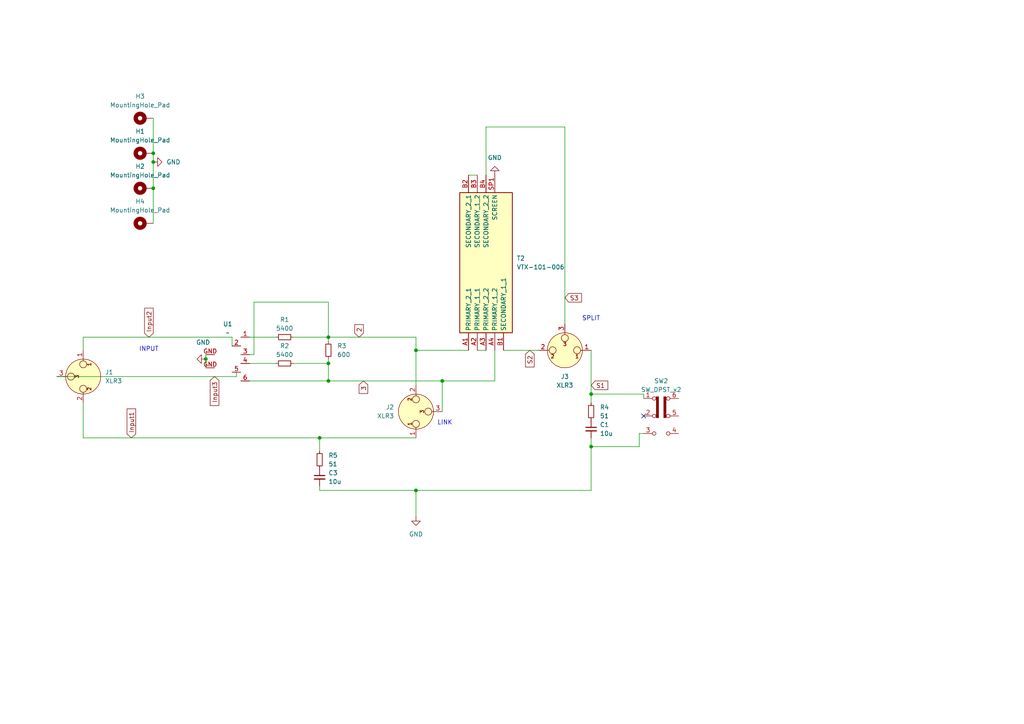
<source format=kicad_sch>
(kicad_sch (version 20231120) (generator "eeschema") (generator_version "8.0")
  (paper "A4")
  (lib_symbols
    (symbol "Connector_Audio:XLR3" (pin_names hide)
      (property "Reference" "J" (at 0 8.89 0))
      (property "Value" "XLR3" (at 0 6.35 0))
      (symbol "XLR3_0_1"
        (circle (center -3.556 0) (radius 1.016))
        (circle (center 0 -3.556) (radius 1.016))
        (polyline (pts (xy -5.08 0) (xy -4.572 0)))
        (polyline (pts (xy 0 -5.08) (xy 0 -4.572)))
        (polyline (pts (xy 5.08 0) (xy 4.572 0)))
        (circle (center 0 0) (radius 5.08) (fill (type background)))
        (circle (center 3.556 0) (radius 1.016))
        (text "1" (at -3.556 1.778 0) (effects (font (size 1.016 1.016) (bold yes))))
        (text "2" (at 3.556 1.778 0) (effects (font (size 1.016 1.016) (bold yes))))
        (text "3" (at 0 -1.778 0) (effects (font (size 1.016 1.016) (bold yes))))
        (pin passive line (at -7.62 0 0) (length 2.54) (name "~") (number "1"))
        (pin passive line (at 7.62 0 180) (length 2.54) (name "~") (number "2"))
        (pin passive line (at 0 -7.62 90) (length 2.54) (name "~") (number "3"))
      )
    )
    (symbol "Device:C_Small" (pin_numbers hide) (pin_names (offset 0.254) hide)
      (property "Reference" "C" (at 0.254 1.778 0))
      (property "Value" "C_Small" (at 0.254 -2.032 0))
      (symbol "C_Small_0_1"
        (polyline (pts (xy -1.524 -0.508) (xy 1.524 -0.508)) (stroke (width 0.3302)))
        (polyline (pts (xy -1.524 0.508) (xy 1.524 0.508)) (stroke (width 0.3048)))
      )
      (symbol "C_Small_1_1"
        (pin passive line (at 0 2.54 270) (length 2.032) (name "~") (number "1"))
        (pin passive line (at 0 -2.54 90) (length 2.032) (name "~") (number "2"))
      )
    )
    (symbol "Device:R_Small" (pin_numbers hide) (pin_names (offset 0.254) hide)
      (property "Reference" "R" (at 0.762 0.508 0))
      (property "Value" "R_Small" (at 0.762 -1.016 0))
      (symbol "R_Small_0_1"
        (rectangle (start -0.762 1.778) (end 0.762 -1.778) (stroke (width 0.2032)))
      )
      (symbol "R_Small_1_1"
        (pin passive line (at 0 2.54 270) (length 0.762) (name "~") (number "1"))
        (pin passive line (at 0 -2.54 90) (length 0.762) (name "~") (number "2"))
      )
    )
    (symbol "Mechanical:MountingHole_Pad" (pin_numbers hide) (pin_names (offset 1.016) hide) (exclude_from_sim yes) (in_bom no)
      (property "Reference" "H" (at 0 6.35 0))
      (property "Value" "MountingHole_Pad" (at 0 4.445 0))
      (symbol "MountingHole_Pad_0_1"
        (circle (center 0 1.27) (radius 1.27) (stroke (width 1.27)))
      )
      (symbol "MountingHole_Pad_1_1"
        (pin input line (at 0 -2.54 90) (length 2.54) (name "1") (number "1"))
      )
    )
    (symbol "NTM:WS-TOTV_THT"
      (property "Reference" "U" (at 0 -5.08 0))
      (symbol "WS-TOTV_THT_1_1"
        (pin passive line (at -6.35 8.89 270) (length 2.54) (name "") (number "1"))
        (pin input line (at -3.81 3.81 90) (length 2.54) (name "") (number "2"))
        (pin passive line (at -1.27 8.89 270) (length 2.54) (name "") (number "3"))
        (pin passive line (at 1.27 8.89 270) (length 2.54) (name "") (number "4"))
        (pin input line (at 3.81 3.81 90) (length 2.54) (name "") (number "5"))
        (pin passive line (at 6.35 8.89 270) (length 2.54) (name "") (number "6"))
        (pin passive line (at -1.27 -3.81 90) (length 2.54) (name "") (number "GND"))
        (pin passive line (at 2.54 -3.81 90) (length 2.54) (name "") (number "GND"))
      )
    )
    (symbol "Switch:SW_Slide_DPDT" (pin_names (offset 0) hide)
      (property "Reference" "SW" (at 0 6.858 0))
      (property "Value" "SW_Slide_DPDT" (at 0 -8.128 0))
      (symbol "SW_Slide_DPDT_0_0"
        (circle (center -2.032 -5.08) (radius 0.508))
        (circle (center -2.032 5.08) (radius 0.508))
        (circle (center 2.032 -5.08) (radius 0.508))
        (circle (center 2.032 0) (radius 0.508))
      )
      (symbol "SW_Slide_DPDT_0_1"
        (circle (center -2.032 0) (radius 0.508))
        (circle (center 2.032 5.08) (radius 0.508))
      )
      (symbol "SW_Slide_DPDT_1_1"
        (rectangle (start -1.397 5.588) (end -0.762 -0.508) (fill (type outline)))
        (rectangle (start 0.762 5.588) (end 1.397 -0.508) (fill (type outline)))
        (pin passive line (at -5.08 5.08 0) (length 2.54) (name "A") (number "1"))
        (pin passive line (at -5.08 0 0) (length 2.54) (name "B") (number "2"))
        (pin passive line (at -5.08 -5.08 0) (length 2.54) (name "C") (number "3"))
        (pin passive line (at 5.08 -5.08 180) (length 2.54) (name "A") (number "4"))
        (pin passive line (at 5.08 0 180) (length 2.54) (name "B") (number "5"))
        (pin passive line (at 5.08 5.08 180) (length 2.54) (name "C") (number "6"))
      )
    )
    (symbol "VTX-101-006:VTX-101-006"
      (property "Reference" "T" (at 46.99 7.62 0))
      (property "Value" "VTX-101-006" (at 46.99 5.08 0))
      (symbol "VTX-101-006_1_1"
        (rectangle (start 5.08 2.54) (end 45.72 -12.7) (stroke (width 0.254)) (fill (type background)))
        (pin passive line (at 0 0 0) (length 5.08) (name "PRIMARY_2_1") (number "A1"))
        (pin passive line (at 0 -2.54 0) (length 5.08) (name "PRIMARY_1_1") (number "A2"))
        (pin passive line (at 0 -5.08 0) (length 5.08) (name "PRIMARY_2_2") (number "A3"))
        (pin passive line (at 0 -7.62 0) (length 5.08) (name "PRIMARY_1_2") (number "A4"))
        (pin passive line (at 0 -10.16 0) (length 5.08) (name "SECONDARY_1_1") (number "B1"))
        (pin passive line (at 50.8 0 180) (length 5.08) (name "SECONDARY_2_1") (number "B2"))
        (pin passive line (at 50.8 -2.54 180) (length 5.08) (name "SECONDARY_1_2") (number "B3"))
        (pin passive line (at 50.8 -5.08 180) (length 5.08) (name "SECONDARY_2_2") (number "B4"))
        (pin passive line (at 50.8 -7.62 180) (length 5.08) (name "SCREEN") (number "SP1"))
      )
    )
    (symbol "power:GND" (power) (pin_numbers hide) (pin_names (offset 0) hide)
      (property "Value" "GND" (at 0 -3.81 0))
      (symbol "GND_0_1"
        (polyline (pts (xy 0 0) (xy 0 -1.27) (xy 1.27 -1.27) (xy 0 -2.54) (xy -1.27 -1.27) (xy 0 -1.27)))
      )
      (symbol "GND_1_1"
        (pin power_in line (at 0 0 270) (length 0) (name "~") (number "1"))
      )
    )
  )
  (junction (at 120.65 101.6))
  (junction (at 171.45 114.3))
  (junction (at 120.65 142.24))
  (junction (at 95.25 105.41))
  (junction (at 59.69 104.14))
  (junction (at 95.25 110.49))
  (junction (at 92.71 127))
  (junction (at 95.25 97.79))
  (junction (at 171.45 129.54))
  (junction (at 128.27 110.49))
  (junction (at 44.45 44.45))
  (junction (at 44.45 46.99))
  (junction (at 44.45 54.61))
  (no_connect (at 186.69 120.65))
  (wire (pts (xy 24.13 97.79) (xy 24.13 101.6)))
  (wire (pts (xy 120.65 101.6) (xy 135.89 101.6)))
  (wire (pts (xy 92.71 127) (xy 120.65 127)))
  (wire (pts (xy 120.65 101.6) (xy 120.65 111.76)))
  (wire (pts (xy 92.71 127) (xy 92.71 130.81)))
  (wire (pts (xy 185.42 129.54) (xy 185.42 125.73)))
  (wire (pts (xy 171.45 114.3) (xy 186.69 114.3)))
  (wire (pts (xy 128.27 110.49) (xy 143.51 110.49)))
  (wire (pts (xy 44.45 46.99) (xy 44.45 54.61)))
  (wire (pts (xy 135.89 50.8) (xy 138.43 50.8)))
  (wire (pts (xy 143.51 101.6) (xy 143.51 110.49)))
  (wire (pts (xy 24.13 97.79) (xy 67.31 97.79)))
  (wire (pts (xy 24.13 127) (xy 92.71 127)))
  (wire (pts (xy 171.45 129.54) (xy 171.45 142.24)))
  (wire (pts (xy 59.69 102.87) (xy 59.69 104.14)))
  (wire (pts (xy 73.66 102.87) (xy 73.66 87.63)))
  (wire (pts (xy 72.39 102.87) (xy 73.66 102.87)))
  (wire (pts (xy 44.45 34.29) (xy 44.45 44.45)))
  (wire (pts (xy 95.25 105.41) (xy 95.25 104.14)))
  (wire (pts (xy 68.58 107.95) (xy 67.31 107.95)))
  (wire (pts (xy 120.65 97.79) (xy 120.65 101.6)))
  (wire (pts (xy 95.25 110.49) (xy 128.27 110.49)))
  (wire (pts (xy 120.65 142.24) (xy 171.45 142.24)))
  (wire (pts (xy 171.45 129.54) (xy 185.42 129.54)))
  (wire (pts (xy 44.45 44.45) (xy 44.45 46.99)))
  (wire (pts (xy 16.51 109.22) (xy 68.58 109.22)))
  (wire (pts (xy 146.05 101.6) (xy 156.21 101.6)))
  (wire (pts (xy 85.09 97.79) (xy 95.25 97.79)))
  (wire (pts (xy 186.69 114.3) (xy 186.69 115.57)))
  (wire (pts (xy 140.97 36.83) (xy 163.83 36.83)))
  (wire (pts (xy 59.69 104.14) (xy 59.69 106.68)))
  (wire (pts (xy 185.42 125.73) (xy 186.69 125.73)))
  (wire (pts (xy 163.83 36.83) (xy 163.83 93.98)))
  (wire (pts (xy 92.71 140.97) (xy 92.71 142.24)))
  (wire (pts (xy 95.25 97.79) (xy 95.25 99.06)))
  (wire (pts (xy 171.45 114.3) (xy 171.45 101.6)))
  (wire (pts (xy 68.58 109.22) (xy 68.58 107.95)))
  (wire (pts (xy 128.27 110.49) (xy 128.27 119.38)))
  (wire (pts (xy 72.39 105.41) (xy 80.01 105.41)))
  (wire (pts (xy 171.45 114.3) (xy 171.45 116.84)))
  (wire (pts (xy 92.71 142.24) (xy 120.65 142.24)))
  (wire (pts (xy 67.31 97.79) (xy 67.31 100.33)))
  (wire (pts (xy 138.43 101.6) (xy 140.97 101.6)))
  (wire (pts (xy 72.39 97.79) (xy 80.01 97.79)))
  (wire (pts (xy 140.97 36.83) (xy 140.97 50.8)))
  (wire (pts (xy 24.13 127) (xy 24.13 116.84)))
  (wire (pts (xy 95.25 105.41) (xy 95.25 110.49)))
  (wire (pts (xy 95.25 105.41) (xy 85.09 105.41)))
  (wire (pts (xy 171.45 127) (xy 171.45 129.54)))
  (wire (pts (xy 95.25 87.63) (xy 95.25 97.79)))
  (wire (pts (xy 72.39 110.49) (xy 95.25 110.49)))
  (wire (pts (xy 95.25 97.79) (xy 120.65 97.79)))
  (wire (pts (xy 44.45 54.61) (xy 44.45 64.77)))
  (wire (pts (xy 120.65 142.24) (xy 120.65 149.86)))
  (wire (pts (xy 73.66 87.63) (xy 95.25 87.63)))
  (text "LINK" (at 129.032 122.682 0) (effects (font (size 1.27 1.27))))
  (text "INPUT" (at 43.18 101.346 0) (effects (font (size 1.27 1.27))))
  (text "SPLIT" (at 171.45 92.456 0) (effects (font (size 1.27 1.27))))
  (global_label "2" (shape input) (at 104.14 97.79 90) (property "Intersheetrefs" "${INTERSHEET_REFS}" (effects (hide yes))))
  (global_label "S2" (shape input) (at 153.67 101.6 270) (property "Intersheetrefs" "${INTERSHEET_REFS}" (effects (hide yes))))
  (global_label "Input3" (shape input) (at 62.23 109.22 270) (property "Intersheetrefs" "${INTERSHEET_REFS}" (effects (hide yes))))
  (global_label "3" (shape input) (at 105.41 110.49 270) (property "Intersheetrefs" "${INTERSHEET_REFS}" (effects (hide yes))))
  (global_label "S3" (shape input) (at 163.83 86.36 0) (property "Intersheetrefs" "${INTERSHEET_REFS}" (effects (hide yes))))
  (global_label "S1" (shape input) (at 171.45 111.76 0) (property "Intersheetrefs" "${INTERSHEET_REFS}" (effects (hide yes))))
  (global_label "Input2" (shape input) (at 43.18 97.79 90) (property "Intersheetrefs" "${INTERSHEET_REFS}" (effects (hide yes))))
  (global_label "Input1" (shape input) (at 38.1 127 90) (property "Intersheetrefs" "${INTERSHEET_REFS}" (effects (hide yes))))
  (symbol (lib_id "Connector_Audio:XLR3") (at 120.65 119.38 90) (unit 1)
    (property "Reference" "J2" (at 114.3 118.1099 90) (effects (justify left)))
    (property "Value" "XLR3" (at 114.3 120.6499 90) (effects (justify left)))
    (property "Footprint" "connecteur:2.50 J connector wurth" (effects (hide yes)))
    (property "Datasheet" " ~" (effects (hide yes)))
    (property "Description" "XLR Connector, Male or Female, 3 Pins" (effects (hide yes)))
  )
  (symbol (lib_id "Connector_Audio:XLR3") (at 163.83 101.6 180) (unit 1)
    (property "Reference" "J3" (at 163.83 109.22 0))
    (property "Value" "XLR3" (at 163.83 111.76 0))
    (property "Footprint" "Connector_Audio:Jack_XLR_Neutrik_NC3MAH_Horizontal" (effects (hide yes)))
    (property "Datasheet" " ~" (effects (hide yes)))
    (property "Description" "XLR Connector, Male or Female, 3 Pins" (effects (hide yes)))
  )
  (symbol (lib_id "VTX-101-006:VTX-101-006") (at 135.89 101.6 90) (unit 1)
    (property "Reference" "T2" (at 149.86 74.9299 90) (effects (justify right)))
    (property "Value" "VTX-101-006" (at 149.86 77.4699 90) (effects (justify right)))
    (property "Footprint" "VTX101006" (effects (hide yes)))
    (property "Description" "VIGORTRONIX - VTX-101-006 - TRANSFORMER, AUDIO, 1+1:1+1" (effects (hide yes)))
    (property "Height" "22" (effects (hide yes)))
    (property "Manufacturer_Name" "VIGORTRONIX" (effects (hide yes)))
    (property "Manufacturer_Part_Number" "VTX-101-006" (effects (hide yes)))
  )
  (symbol (lib_id "Device:R_Small") (at 82.55 105.41 90) (unit 1)
    (property "Reference" "R2" (at 82.55 100.33 90))
    (property "Value" "5400" (at 82.55 102.87 90))
    (property "Footprint" "Resistor_SMD:R_0603_1608Metric_Pad0.98x0.95mm_HandSolder" (effects (hide yes)))
    (property "Description" "Resistor, small symbol" (effects (hide yes)))
  )
  (symbol (lib_id "Mechanical:MountingHole_Pad") (at 41.91 44.45 90) (unit 1) (exclude_from_sim yes) (in_bom no)
    (property "Reference" "H1" (at 40.64 38.1 90))
    (property "Value" "MountingHole_Pad" (at 40.64 40.64 90))
    (property "Footprint" "MountingHole:MountingHole_3.2mm_M3_DIN965_Pad" (effects (hide yes)))
    (property "Description" "Mounting Hole with connection" (effects (hide yes)))
  )
  (symbol (lib_id "power:GND") (at 143.51 50.8 180) (unit 1)
    (property "Reference" "#PWR04" (effects (hide yes)))
    (property "Value" "GND" (at 143.51 45.72 0))
    (property "Description" "Power symbol creates a global label with name \"GND\" , ground" (effects (hide yes)))
  )
  (symbol (lib_id "power:GND") (at 59.69 104.14 270) (unit 1)
    (property "Reference" "#PWR02" (effects (hide yes)))
    (property "Value" "GND" (at 60.96 99.314 90) (effects (justify right)))
    (property "Description" "Power symbol creates a global label with name \"GND\" , ground" (effects (hide yes)))
  )
  (symbol (lib_id "Device:R_Small") (at 95.25 101.6 180) (unit 1)
    (property "Reference" "R3" (at 97.79 100.3299 0) (effects (justify right)))
    (property "Value" "600" (at 97.79 102.8699 0) (effects (justify right)))
    (property "Footprint" "Resistor_SMD:R_0603_1608Metric_Pad0.98x0.95mm_HandSolder" (effects (hide yes)))
    (property "Description" "Resistor, small symbol" (effects (hide yes)))
  )
  (symbol (lib_id "power:GND") (at 44.45 46.99 90) (unit 1)
    (property "Reference" "#PWR03" (effects (hide yes)))
    (property "Value" "GND" (at 48.26 46.9899 90) (effects (justify right)))
    (property "Description" "Power symbol creates a global label with name \"GND\" , ground" (effects (hide yes)))
  )
  (symbol (lib_id "NTM:WS-TOTV_THT") (at 63.5 104.14 270) (unit 1)
    (property "Reference" "U1" (at 66.04 93.98 90))
    (property "Value" "~" (at 66.04 96.52 90))
    (property "Footprint" "Transformateurs:WS-TOTV THT" (effects (hide yes)))
  )
  (symbol (lib_id "Device:C_Small") (at 92.71 138.43 0) (unit 1)
    (property "Reference" "C3" (at 95.25 137.1662 0) (effects (justify left)))
    (property "Value" "10u" (at 95.25 139.7062 0) (effects (justify left)))
    (property "Footprint" "Capacitor_SMD:C_0603_1608Metric_Pad1.08x0.95mm_HandSolder" (effects (hide yes)))
    (property "Description" "Unpolarized capacitor, small symbol" (effects (hide yes)))
  )
  (symbol (lib_id "Mechanical:MountingHole_Pad") (at 41.91 64.77 90) (unit 1) (exclude_from_sim yes) (in_bom no)
    (property "Reference" "H4" (at 40.64 58.42 90))
    (property "Value" "MountingHole_Pad" (at 40.64 60.96 90))
    (property "Footprint" "MountingHole:MountingHole_3.2mm_M3_DIN965_Pad" (effects (hide yes)))
    (property "Description" "Mounting Hole with connection" (effects (hide yes)))
  )
  (symbol (lib_id "Connector_Audio:XLR3") (at 24.13 109.22 270) (unit 1)
    (property "Reference" "J1" (at 30.48 107.9499 90) (effects (justify left)))
    (property "Value" "XLR3" (at 30.48 110.4899 90) (effects (justify left)))
    (property "Footprint" "Connector_Audio:Jack_XLR_Neutrik_NC3FAH1-0_Horizontal" (effects (hide yes)))
    (property "Datasheet" " ~" (effects (hide yes)))
    (property "Description" "XLR Connector, Male or Female, 3 Pins" (effects (hide yes)))
  )
  (symbol (lib_id "Device:C_Small") (at 171.45 124.46 0) (unit 1)
    (property "Reference" "C1" (at 173.99 123.1962 0) (effects (justify left)))
    (property "Value" "10u" (at 173.99 125.7362 0) (effects (justify left)))
    (property "Footprint" "Capacitor_SMD:C_0603_1608Metric_Pad1.08x0.95mm_HandSolder" (effects (hide yes)))
    (property "Description" "Unpolarized capacitor, small symbol" (effects (hide yes)))
  )
  (symbol (lib_id "Device:R_Small") (at 92.71 133.35 0) (unit 1)
    (property "Reference" "R5" (at 95.25 132.0799 0) (effects (justify left)))
    (property "Value" "51" (at 95.25 134.6199 0) (effects (justify left)))
    (property "Footprint" "Resistor_SMD:R_0603_1608Metric_Pad0.98x0.95mm_HandSolder" (effects (hide yes)))
    (property "Description" "Resistor, small symbol" (effects (hide yes)))
  )
  (symbol (lib_id "Mechanical:MountingHole_Pad") (at 41.91 34.29 90) (unit 1) (exclude_from_sim yes) (in_bom no)
    (property "Reference" "H3" (at 40.64 27.94 90))
    (property "Value" "MountingHole_Pad" (at 40.64 30.48 90))
    (property "Footprint" "MountingHole:MountingHole_3.2mm_M3_DIN965_Pad" (effects (hide yes)))
    (property "Description" "Mounting Hole with connection" (effects (hide yes)))
  )
  (symbol (lib_id "Switch:SW_Slide_DPDT") (at 191.77 120.65 0) (unit 1)
    (property "Reference" "SW2" (at 191.77 110.49 0))
    (property "Value" "SW_DPST_x2" (at 191.77 113.03 0))
    (property "Footprint" "Transformateurs:switch wurth" (effects (hide yes)))
    (property "Description" "Slide Switch, dual pole double throw" (effects (hide yes)))
  )
  (symbol (lib_id "Device:R_Small") (at 82.55 97.79 90) (unit 1)
    (property "Reference" "R1" (at 82.55 92.71 90))
    (property "Value" "5400" (at 82.55 95.25 90))
    (property "Footprint" "Resistor_SMD:R_0603_1608Metric_Pad0.98x0.95mm_HandSolder" (effects (hide yes)))
    (property "Description" "Resistor, small symbol" (effects (hide yes)))
  )
  (symbol (lib_id "Device:R_Small") (at 171.45 119.38 0) (unit 1)
    (property "Reference" "R4" (at 173.99 118.1099 0) (effects (justify left)))
    (property "Value" "51" (at 173.99 120.6499 0) (effects (justify left)))
    (property "Footprint" "Resistor_SMD:R_0603_1608Metric_Pad0.98x0.95mm_HandSolder" (effects (hide yes)))
    (property "Description" "Resistor, small symbol" (effects (hide yes)))
  )
  (symbol (lib_id "power:GND") (at 120.65 149.86 0) (unit 1)
    (property "Reference" "#PWR01" (effects (hide yes)))
    (property "Value" "GND" (at 120.65 154.94 0))
    (property "Description" "Power symbol creates a global label with name \"GND\" , ground" (effects (hide yes)))
  )
  (symbol (lib_id "Mechanical:MountingHole_Pad") (at 41.91 54.61 90) (unit 1) (exclude_from_sim yes) (in_bom no)
    (property "Reference" "H2" (at 40.64 48.26 90))
    (property "Value" "MountingHole_Pad" (at 40.64 50.8 90))
    (property "Footprint" "MountingHole:MountingHole_3.2mm_M3_DIN965_Pad" (effects (hide yes)))
    (property "Description" "Mounting Hole with connection" (effects (hide yes)))
  )
)
</source>
